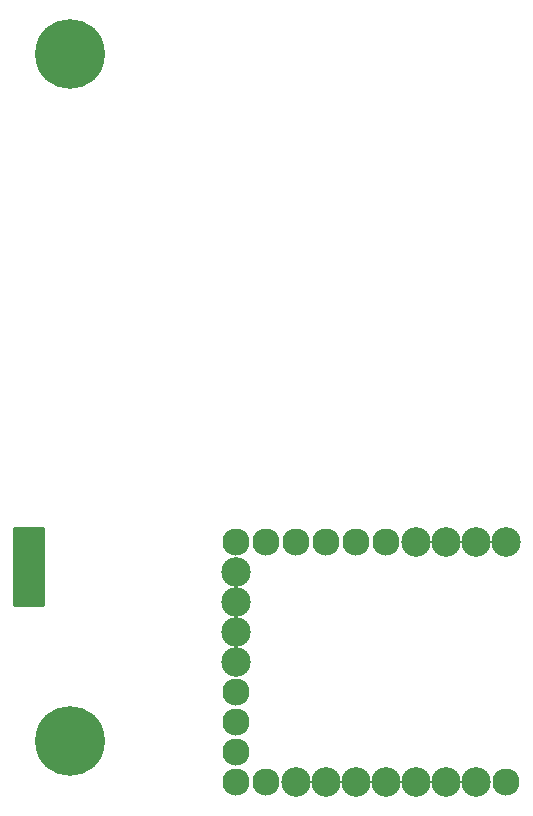
<source format=gbr>
%TF.GenerationSoftware,KiCad,Pcbnew,7.0.8*%
%TF.CreationDate,2024-06-11T21:18:21+02:00*%
%TF.ProjectId,Stima V4 GSM R1_1,5374696d-6120-4563-9420-47534d205231,rev?*%
%TF.SameCoordinates,Original*%
%TF.FileFunction,Soldermask,Bot*%
%TF.FilePolarity,Negative*%
%FSLAX46Y46*%
G04 Gerber Fmt 4.6, Leading zero omitted, Abs format (unit mm)*
G04 Created by KiCad (PCBNEW 7.0.8) date 2024-06-11 21:18:21*
%MOMM*%
%LPD*%
G01*
G04 APERTURE LIST*
G04 Aperture macros list*
%AMRoundRect*
0 Rectangle with rounded corners*
0 $1 Rounding radius*
0 $2 $3 $4 $5 $6 $7 $8 $9 X,Y pos of 4 corners*
0 Add a 4 corners polygon primitive as box body*
4,1,4,$2,$3,$4,$5,$6,$7,$8,$9,$2,$3,0*
0 Add four circle primitives for the rounded corners*
1,1,$1+$1,$2,$3*
1,1,$1+$1,$4,$5*
1,1,$1+$1,$6,$7*
1,1,$1+$1,$8,$9*
0 Add four rect primitives between the rounded corners*
20,1,$1+$1,$2,$3,$4,$5,0*
20,1,$1+$1,$4,$5,$6,$7,0*
20,1,$1+$1,$6,$7,$8,$9,0*
20,1,$1+$1,$8,$9,$2,$3,0*%
G04 Aperture macros list end*
%ADD10C,5.900000*%
%ADD11C,2.300000*%
%ADD12C,2.500000*%
%ADD13C,0.900000*%
%ADD14RoundRect,0.100000X1.280000X3.250000X-1.280000X3.250000X-1.280000X-3.250000X1.280000X-3.250000X0*%
G04 APERTURE END LIST*
D10*
%TO.C,A3*%
X133705600Y-133515100D03*
%TD*%
D11*
%TO.C,U3*%
X170662600Y-136944100D03*
D12*
X168122600Y-136944100D03*
X165582600Y-136944100D03*
X163042600Y-136944100D03*
X160502600Y-136944100D03*
X157962600Y-136944100D03*
X155422600Y-136944100D03*
X152882600Y-136944100D03*
D11*
X150342600Y-136944100D03*
X147802600Y-136944100D03*
X147802600Y-134404100D03*
X147802600Y-131864100D03*
X147802600Y-129324100D03*
D12*
X147802600Y-126784100D03*
X147802600Y-124244100D03*
X147802600Y-121704100D03*
X147802600Y-119164100D03*
D11*
X147802600Y-116624100D03*
X150342600Y-116624100D03*
X152882600Y-116624100D03*
X155422600Y-116624100D03*
X157962600Y-116624100D03*
X160502600Y-116624100D03*
D12*
X163042600Y-116624100D03*
X165582600Y-116624100D03*
X168122600Y-116624100D03*
X170662600Y-116624100D03*
%TD*%
D13*
%TO.C,U5*%
X129387600Y-120815100D03*
X130276600Y-120815100D03*
X131165600Y-120815100D03*
X129387600Y-118783100D03*
X131165600Y-118783100D03*
X129387600Y-116751100D03*
X130276600Y-116751100D03*
X131165600Y-116751100D03*
D14*
X130276600Y-118783100D03*
%TD*%
D10*
%TO.C,A4*%
X133705600Y-75349100D03*
%TD*%
M02*

</source>
